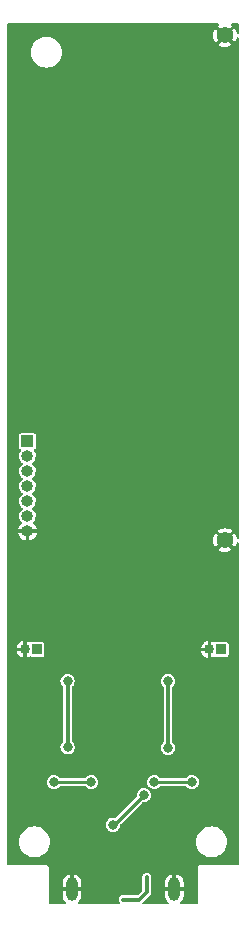
<source format=gbr>
%TF.GenerationSoftware,KiCad,Pcbnew,6.0.2*%
%TF.CreationDate,2022-05-05T15:52:22+02:00*%
%TF.ProjectId,espriktning-rear.sch,65737072-696b-4746-9e69-6e672d726561,rev?*%
%TF.SameCoordinates,Original*%
%TF.FileFunction,Copper,L1,Top*%
%TF.FilePolarity,Positive*%
%FSLAX46Y46*%
G04 Gerber Fmt 4.6, Leading zero omitted, Abs format (unit mm)*
G04 Created by KiCad (PCBNEW 6.0.2) date 2022-05-05 15:52:22*
%MOMM*%
%LPD*%
G01*
G04 APERTURE LIST*
%TA.AperFunction,ComponentPad*%
%ADD10R,0.850000X0.850000*%
%TD*%
%TA.AperFunction,ComponentPad*%
%ADD11O,0.850000X0.850000*%
%TD*%
%TA.AperFunction,ComponentPad*%
%ADD12R,1.000000X1.000000*%
%TD*%
%TA.AperFunction,ComponentPad*%
%ADD13O,1.000000X1.000000*%
%TD*%
%TA.AperFunction,ComponentPad*%
%ADD14O,1.000000X2.000000*%
%TD*%
%TA.AperFunction,ComponentPad*%
%ADD15C,1.400000*%
%TD*%
%TA.AperFunction,ViaPad*%
%ADD16C,0.800000*%
%TD*%
%TA.AperFunction,Conductor*%
%ADD17C,0.350000*%
%TD*%
%TA.AperFunction,Conductor*%
%ADD18C,0.250000*%
%TD*%
G04 APERTURE END LIST*
D10*
%TO.P,SW1,1,1*%
%TO.N,unconnected-(SW1-Pad1)*%
X32700000Y-83200000D03*
D11*
%TO.P,SW1,2,2*%
%TO.N,GND*%
X31700000Y-83200000D03*
%TD*%
D10*
%TO.P,SW2,1,1*%
%TO.N,unconnected-(SW2-Pad1)*%
X48300000Y-83200000D03*
D11*
%TO.P,SW2,2,2*%
%TO.N,GND*%
X47300000Y-83200000D03*
%TD*%
D12*
%TO.P,J4,1,Pin_1*%
%TO.N,TX*%
X31900000Y-65575000D03*
D13*
%TO.P,J4,2,Pin_2*%
%TO.N,RX*%
X31900000Y-66845000D03*
%TO.P,J4,3,Pin_3*%
%TO.N,GPIO14*%
X31900000Y-68115000D03*
%TO.P,J4,4,Pin_4*%
%TO.N,ADC*%
X31900000Y-69385000D03*
%TO.P,J4,5,Pin_5*%
%TO.N,+3V3*%
X31900000Y-70655000D03*
%TO.P,J4,6,Pin_6*%
%TO.N,+5V*%
X31900000Y-71925000D03*
%TO.P,J4,7,Pin_7*%
%TO.N,GND*%
X31900000Y-73195000D03*
%TD*%
D14*
%TO.P,REF\u002A\u002A,1*%
%TO.N,GND*%
X44325000Y-103500000D03*
%TD*%
D15*
%TO.P,J3,1,Pin_1*%
%TO.N,GND*%
X48625000Y-31225000D03*
%TD*%
%TO.P,J2,1,Pin_1*%
%TO.N,GND*%
X48625000Y-73975000D03*
%TD*%
D14*
%TO.P,REF\u002A\u002A,1*%
%TO.N,GND*%
X35675000Y-103500000D03*
%TD*%
D16*
%TO.N,GND*%
X47450000Y-75100000D03*
X47350000Y-63700000D03*
X36300000Y-67900000D03*
X32750000Y-75100000D03*
X36300000Y-58050000D03*
X36550000Y-88000000D03*
X42800000Y-88000000D03*
X31600000Y-43400000D03*
X43550000Y-54400000D03*
X36750000Y-93350000D03*
X38300000Y-43400000D03*
X47100000Y-90250000D03*
X42900000Y-93450000D03*
X45450000Y-88050000D03*
X40250000Y-63700000D03*
X34450000Y-87950000D03*
X43550000Y-63700000D03*
X38350000Y-97100000D03*
X45250000Y-93350000D03*
X34900000Y-54400000D03*
X41350000Y-43400000D03*
X34900000Y-63700000D03*
X34400000Y-93500000D03*
X38550000Y-90250000D03*
X39300000Y-84550000D03*
X47100000Y-84800000D03*
X43600000Y-75100000D03*
X38000000Y-63700000D03*
X47350000Y-54400000D03*
X47350000Y-43400000D03*
X38000000Y-54400000D03*
X37750000Y-75100000D03*
X31600000Y-63700000D03*
X31600000Y-54400000D03*
X43600000Y-98100000D03*
%TO.N,+5V*%
X35300000Y-91500000D03*
X35300000Y-85900000D03*
X43800000Y-91550000D03*
X43800000Y-85900000D03*
%TO.N,Net-(D11-Pad4)*%
X39150000Y-98050000D03*
X41750000Y-95550000D03*
%TO.N,Net-(D10-Pad2)*%
X45816589Y-94433411D03*
X42650000Y-94450000D03*
%TO.N,Net-(D16-Pad4)*%
X34150000Y-94450000D03*
X37300000Y-94450000D03*
%TD*%
D17*
%TO.N,*%
X42000000Y-102500000D02*
X42000000Y-103749022D01*
X41349022Y-104400000D02*
X40000000Y-104400000D01*
X42000000Y-103749022D02*
X41349022Y-104400000D01*
%TO.N,+5V*%
X35300000Y-85900000D02*
X35300000Y-91500000D01*
X43800000Y-85900000D02*
X43800000Y-91550000D01*
D18*
%TO.N,Net-(D11-Pad4)*%
X39250000Y-98050000D02*
X41750000Y-95550000D01*
X39150000Y-98050000D02*
X39250000Y-98050000D01*
%TO.N,Net-(D10-Pad2)*%
X45816589Y-94433411D02*
X42666589Y-94433411D01*
X42666589Y-94433411D02*
X42650000Y-94450000D01*
%TO.N,Net-(D16-Pad4)*%
X37300000Y-94450000D02*
X34150000Y-94450000D01*
%TD*%
%TA.AperFunction,Conductor*%
%TO.N,GND*%
G36*
X48083220Y-30218907D02*
G01*
X48119184Y-30268407D01*
X48119184Y-30329593D01*
X48079237Y-30381840D01*
X48071012Y-30387222D01*
X48043512Y-30409333D01*
X48036207Y-30420496D01*
X48036325Y-30422891D01*
X48038710Y-30426578D01*
X48613914Y-31001782D01*
X48625797Y-31007836D01*
X48630828Y-31007040D01*
X49208111Y-30429757D01*
X49214165Y-30417874D01*
X49213732Y-30415140D01*
X49211381Y-30412205D01*
X49190631Y-30395039D01*
X49182638Y-30389647D01*
X49176050Y-30386085D01*
X49133856Y-30341777D01*
X49125763Y-30281129D01*
X49154864Y-30227307D01*
X49210043Y-30200870D01*
X49223137Y-30200000D01*
X49701000Y-30200000D01*
X49759191Y-30218907D01*
X49795155Y-30268407D01*
X49800000Y-30299000D01*
X49800000Y-30986383D01*
X49781093Y-31044574D01*
X49731593Y-31080538D01*
X49670407Y-31080538D01*
X49620907Y-31044574D01*
X49606225Y-31014997D01*
X49555419Y-30846718D01*
X49551748Y-30837814D01*
X49464224Y-30673204D01*
X49458891Y-30665178D01*
X49440979Y-30643215D01*
X49429767Y-30635990D01*
X49427186Y-30636134D01*
X49423773Y-30638359D01*
X48848218Y-31213914D01*
X48842164Y-31225797D01*
X48842960Y-31230828D01*
X49421233Y-31809101D01*
X49433116Y-31815155D01*
X49436396Y-31814636D01*
X49438606Y-31812903D01*
X49442934Y-31807889D01*
X49448492Y-31800009D01*
X49540577Y-31637911D01*
X49544493Y-31629116D01*
X49603338Y-31452219D01*
X49604459Y-31447286D01*
X49635787Y-31394729D01*
X49692024Y-31370624D01*
X49751689Y-31384177D01*
X49791993Y-31430213D01*
X49800000Y-31469216D01*
X49800000Y-73736383D01*
X49781093Y-73794574D01*
X49731593Y-73830538D01*
X49670407Y-73830538D01*
X49620907Y-73794574D01*
X49606225Y-73764997D01*
X49555419Y-73596718D01*
X49551748Y-73587814D01*
X49464224Y-73423204D01*
X49458891Y-73415178D01*
X49440979Y-73393215D01*
X49429767Y-73385990D01*
X49427186Y-73386134D01*
X49423773Y-73388359D01*
X48848218Y-73963914D01*
X48842164Y-73975797D01*
X48842960Y-73980828D01*
X49421233Y-74559101D01*
X49433116Y-74565155D01*
X49436396Y-74564636D01*
X49438606Y-74562903D01*
X49442934Y-74557889D01*
X49448492Y-74550009D01*
X49540577Y-74387911D01*
X49544493Y-74379116D01*
X49603338Y-74202219D01*
X49604459Y-74197286D01*
X49635787Y-74144729D01*
X49692024Y-74120624D01*
X49751689Y-74134177D01*
X49791993Y-74180213D01*
X49800000Y-74219216D01*
X49800000Y-101401000D01*
X49781093Y-101459191D01*
X49731593Y-101495155D01*
X49701000Y-101500000D01*
X46505877Y-101500000D01*
X46454551Y-101499955D01*
X46444502Y-101504781D01*
X46444500Y-101504781D01*
X46443659Y-101505185D01*
X46422817Y-101512463D01*
X46421907Y-101512670D01*
X46421904Y-101512672D01*
X46411038Y-101515150D01*
X46402320Y-101522097D01*
X46401789Y-101522520D01*
X46382954Y-101534334D01*
X46382347Y-101534625D01*
X46382343Y-101534628D01*
X46372295Y-101539453D01*
X46364746Y-101548893D01*
X46349128Y-101564484D01*
X46339677Y-101572015D01*
X46334593Y-101582555D01*
X46334541Y-101582663D01*
X46322692Y-101601478D01*
X46322270Y-101602005D01*
X46322268Y-101602010D01*
X46315306Y-101610715D01*
X46312808Y-101621581D01*
X46312598Y-101622492D01*
X46305285Y-101643318D01*
X46300035Y-101654202D01*
X46300015Y-101677213D01*
X46298270Y-101677211D01*
X46298276Y-101677277D01*
X46300000Y-101677277D01*
X46300000Y-101694123D01*
X46299955Y-101745449D01*
X46299997Y-101745537D01*
X46300000Y-101745561D01*
X46300000Y-104701000D01*
X46281093Y-104759191D01*
X46231593Y-104795155D01*
X46201000Y-104800000D01*
X44894131Y-104800000D01*
X44835940Y-104781093D01*
X44799976Y-104731593D01*
X44799976Y-104670407D01*
X44824864Y-104630267D01*
X44944925Y-104512694D01*
X44951876Y-104504171D01*
X45043108Y-104362609D01*
X45047995Y-104352763D01*
X45105596Y-104194504D01*
X45108183Y-104183810D01*
X45124610Y-104053775D01*
X45125000Y-104047587D01*
X45125000Y-103665680D01*
X45120878Y-103652995D01*
X45116757Y-103650000D01*
X43540680Y-103650000D01*
X43527995Y-103654122D01*
X43525000Y-103658243D01*
X43525000Y-104042356D01*
X43525309Y-104047885D01*
X43539327Y-104172855D01*
X43541766Y-104183592D01*
X43597149Y-104342629D01*
X43601901Y-104352548D01*
X43691146Y-104495370D01*
X43697976Y-104503987D01*
X43816649Y-104623492D01*
X43817086Y-104623843D01*
X43817256Y-104624103D01*
X43820545Y-104627415D01*
X43819865Y-104628090D01*
X43850592Y-104675039D01*
X43847605Y-104736152D01*
X43809268Y-104783837D01*
X43755056Y-104800000D01*
X41719067Y-104800000D01*
X41660876Y-104781093D01*
X41624912Y-104731593D01*
X41624912Y-104670407D01*
X41649063Y-104630996D01*
X42229725Y-104050334D01*
X42246025Y-104037170D01*
X42256210Y-104030594D01*
X42277719Y-104003311D01*
X42282964Y-103997407D01*
X42284695Y-103995364D01*
X42287575Y-103992484D01*
X42289945Y-103989168D01*
X42289948Y-103989164D01*
X42299024Y-103976463D01*
X42301826Y-103972730D01*
X42328538Y-103938847D01*
X42328538Y-103938846D01*
X42333603Y-103932422D01*
X42336138Y-103925204D01*
X42337424Y-103922727D01*
X42341872Y-103916503D01*
X42356578Y-103867331D01*
X42358019Y-103862897D01*
X42372960Y-103820350D01*
X42372961Y-103820346D01*
X42375023Y-103814474D01*
X42375500Y-103808967D01*
X42375500Y-103806826D01*
X42375551Y-103805642D01*
X42375758Y-103803199D01*
X42377691Y-103796735D01*
X42375576Y-103742907D01*
X42375500Y-103739020D01*
X42375500Y-103334320D01*
X43525000Y-103334320D01*
X43529122Y-103347005D01*
X43533243Y-103350000D01*
X44159320Y-103350000D01*
X44172005Y-103345878D01*
X44175000Y-103341757D01*
X44175000Y-103334320D01*
X44475000Y-103334320D01*
X44479122Y-103347005D01*
X44483243Y-103350000D01*
X45109320Y-103350000D01*
X45122005Y-103345878D01*
X45125000Y-103341757D01*
X45125000Y-102957644D01*
X45124691Y-102952115D01*
X45110673Y-102827145D01*
X45108234Y-102816408D01*
X45052851Y-102657371D01*
X45048099Y-102647452D01*
X44958854Y-102504630D01*
X44952024Y-102496013D01*
X44833355Y-102376512D01*
X44824779Y-102369618D01*
X44682590Y-102279381D01*
X44672704Y-102274559D01*
X44514048Y-102218064D01*
X44503346Y-102215554D01*
X44490569Y-102214031D01*
X44477484Y-102216621D01*
X44476046Y-102218175D01*
X44475000Y-102222931D01*
X44475000Y-103334320D01*
X44175000Y-103334320D01*
X44175000Y-102226994D01*
X44170878Y-102214309D01*
X44168863Y-102212844D01*
X44164652Y-102212402D01*
X44157627Y-102213140D01*
X44146886Y-102215502D01*
X43987464Y-102269773D01*
X43977504Y-102274460D01*
X43834069Y-102362701D01*
X43825401Y-102369473D01*
X43705075Y-102487306D01*
X43698124Y-102495829D01*
X43606892Y-102637391D01*
X43602005Y-102647237D01*
X43544404Y-102805496D01*
X43541817Y-102816190D01*
X43525390Y-102946225D01*
X43525000Y-102952413D01*
X43525000Y-103334320D01*
X42375500Y-103334320D01*
X42375500Y-102468807D01*
X42360167Y-102376687D01*
X42300806Y-102266671D01*
X42209009Y-102181815D01*
X42201527Y-102178507D01*
X42201525Y-102178506D01*
X42102161Y-102134578D01*
X42094674Y-102131268D01*
X41992913Y-102122455D01*
X41978284Y-102121188D01*
X41978283Y-102121188D01*
X41970131Y-102120482D01*
X41962189Y-102122455D01*
X41962187Y-102122455D01*
X41913383Y-102134578D01*
X41848809Y-102150618D01*
X41743790Y-102218428D01*
X41738724Y-102224854D01*
X41705758Y-102266671D01*
X41666397Y-102316600D01*
X41663687Y-102324317D01*
X41663686Y-102324319D01*
X41645358Y-102376512D01*
X41624977Y-102434548D01*
X41624500Y-102440055D01*
X41624500Y-103552477D01*
X41605593Y-103610668D01*
X41595504Y-103622481D01*
X41222481Y-103995504D01*
X41167964Y-104023281D01*
X41152477Y-104024500D01*
X39968807Y-104024500D01*
X39876687Y-104039833D01*
X39766671Y-104099194D01*
X39681815Y-104190991D01*
X39631268Y-104305326D01*
X39620482Y-104429869D01*
X39650618Y-104551191D01*
X39699836Y-104627415D01*
X39712674Y-104647298D01*
X39728355Y-104706440D01*
X39706279Y-104763504D01*
X39654878Y-104796693D01*
X39629505Y-104800000D01*
X36244131Y-104800000D01*
X36185940Y-104781093D01*
X36149976Y-104731593D01*
X36149976Y-104670407D01*
X36174864Y-104630267D01*
X36294925Y-104512694D01*
X36301876Y-104504171D01*
X36393108Y-104362609D01*
X36397995Y-104352763D01*
X36455596Y-104194504D01*
X36458183Y-104183810D01*
X36474610Y-104053775D01*
X36475000Y-104047587D01*
X36475000Y-103665680D01*
X36470878Y-103652995D01*
X36466757Y-103650000D01*
X34890680Y-103650000D01*
X34877995Y-103654122D01*
X34875000Y-103658243D01*
X34875000Y-104042356D01*
X34875309Y-104047885D01*
X34889327Y-104172855D01*
X34891766Y-104183592D01*
X34947149Y-104342629D01*
X34951901Y-104352548D01*
X35041146Y-104495370D01*
X35047976Y-104503987D01*
X35166649Y-104623492D01*
X35167086Y-104623843D01*
X35167256Y-104624103D01*
X35170545Y-104627415D01*
X35169865Y-104628090D01*
X35200592Y-104675039D01*
X35197605Y-104736152D01*
X35159268Y-104783837D01*
X35105056Y-104800000D01*
X33799000Y-104800000D01*
X33740809Y-104781093D01*
X33704845Y-104731593D01*
X33700000Y-104701000D01*
X33700000Y-103334320D01*
X34875000Y-103334320D01*
X34879122Y-103347005D01*
X34883243Y-103350000D01*
X35509320Y-103350000D01*
X35522005Y-103345878D01*
X35525000Y-103341757D01*
X35525000Y-103334320D01*
X35825000Y-103334320D01*
X35829122Y-103347005D01*
X35833243Y-103350000D01*
X36459320Y-103350000D01*
X36472005Y-103345878D01*
X36475000Y-103341757D01*
X36475000Y-102957644D01*
X36474691Y-102952115D01*
X36460673Y-102827145D01*
X36458234Y-102816408D01*
X36402851Y-102657371D01*
X36398099Y-102647452D01*
X36308854Y-102504630D01*
X36302024Y-102496013D01*
X36183355Y-102376512D01*
X36174779Y-102369618D01*
X36032590Y-102279381D01*
X36022704Y-102274559D01*
X35864048Y-102218064D01*
X35853346Y-102215554D01*
X35840569Y-102214031D01*
X35827484Y-102216621D01*
X35826046Y-102218175D01*
X35825000Y-102222931D01*
X35825000Y-103334320D01*
X35525000Y-103334320D01*
X35525000Y-102226994D01*
X35520878Y-102214309D01*
X35518863Y-102212844D01*
X35514652Y-102212402D01*
X35507627Y-102213140D01*
X35496886Y-102215502D01*
X35337464Y-102269773D01*
X35327504Y-102274460D01*
X35184069Y-102362701D01*
X35175401Y-102369473D01*
X35055075Y-102487306D01*
X35048124Y-102495829D01*
X34956892Y-102637391D01*
X34952005Y-102647237D01*
X34894404Y-102805496D01*
X34891817Y-102816190D01*
X34875390Y-102946225D01*
X34875000Y-102952413D01*
X34875000Y-103334320D01*
X33700000Y-103334320D01*
X33700000Y-101705877D01*
X33700035Y-101665700D01*
X33700045Y-101654551D01*
X33695058Y-101644164D01*
X33694815Y-101643659D01*
X33687537Y-101622817D01*
X33687330Y-101621907D01*
X33687328Y-101621904D01*
X33684850Y-101611038D01*
X33677480Y-101601789D01*
X33665666Y-101582954D01*
X33665375Y-101582347D01*
X33665372Y-101582343D01*
X33660547Y-101572295D01*
X33651107Y-101564746D01*
X33635516Y-101549128D01*
X33627985Y-101539677D01*
X33617337Y-101534541D01*
X33598522Y-101522692D01*
X33597995Y-101522270D01*
X33597990Y-101522268D01*
X33589285Y-101515306D01*
X33577508Y-101512598D01*
X33556682Y-101505285D01*
X33555836Y-101504877D01*
X33545798Y-101500035D01*
X33534653Y-101500025D01*
X33534652Y-101500025D01*
X33522787Y-101500015D01*
X33522789Y-101498270D01*
X33522723Y-101498276D01*
X33522723Y-101500000D01*
X33505877Y-101500000D01*
X33454840Y-101499955D01*
X33454551Y-101499955D01*
X33454463Y-101499997D01*
X33454439Y-101500000D01*
X30299000Y-101500000D01*
X30240809Y-101481093D01*
X30204845Y-101431593D01*
X30200000Y-101401000D01*
X30200000Y-99500000D01*
X31194532Y-99500000D01*
X31214365Y-99726692D01*
X31273261Y-99946496D01*
X31369432Y-100152734D01*
X31499953Y-100339139D01*
X31660861Y-100500047D01*
X31847266Y-100630568D01*
X32053504Y-100726739D01*
X32142563Y-100750602D01*
X32269131Y-100784516D01*
X32269133Y-100784516D01*
X32273308Y-100785635D01*
X32317795Y-100789527D01*
X32441050Y-100800311D01*
X32441061Y-100800311D01*
X32443216Y-100800500D01*
X32556784Y-100800500D01*
X32558939Y-100800311D01*
X32558950Y-100800311D01*
X32682205Y-100789527D01*
X32726692Y-100785635D01*
X32730867Y-100784516D01*
X32730869Y-100784516D01*
X32857437Y-100750602D01*
X32946496Y-100726739D01*
X33152734Y-100630568D01*
X33339139Y-100500047D01*
X33500047Y-100339139D01*
X33630568Y-100152734D01*
X33726739Y-99946496D01*
X33785635Y-99726692D01*
X33805468Y-99500000D01*
X46194532Y-99500000D01*
X46214365Y-99726692D01*
X46273261Y-99946496D01*
X46369432Y-100152734D01*
X46499953Y-100339139D01*
X46660861Y-100500047D01*
X46847266Y-100630568D01*
X47053504Y-100726739D01*
X47142563Y-100750602D01*
X47269131Y-100784516D01*
X47269133Y-100784516D01*
X47273308Y-100785635D01*
X47317795Y-100789527D01*
X47441050Y-100800311D01*
X47441061Y-100800311D01*
X47443216Y-100800500D01*
X47556784Y-100800500D01*
X47558939Y-100800311D01*
X47558950Y-100800311D01*
X47682205Y-100789527D01*
X47726692Y-100785635D01*
X47730867Y-100784516D01*
X47730869Y-100784516D01*
X47857437Y-100750602D01*
X47946496Y-100726739D01*
X48152734Y-100630568D01*
X48339139Y-100500047D01*
X48500047Y-100339139D01*
X48630568Y-100152734D01*
X48726739Y-99946496D01*
X48785635Y-99726692D01*
X48805468Y-99500000D01*
X48785635Y-99273308D01*
X48726739Y-99053504D01*
X48630568Y-98847266D01*
X48500047Y-98660861D01*
X48339139Y-98499953D01*
X48313837Y-98482236D01*
X48156279Y-98371914D01*
X48156277Y-98371913D01*
X48152734Y-98369432D01*
X47946496Y-98273261D01*
X47857437Y-98249398D01*
X47730869Y-98215484D01*
X47730867Y-98215484D01*
X47726692Y-98214365D01*
X47682205Y-98210473D01*
X47558950Y-98199689D01*
X47558939Y-98199689D01*
X47556784Y-98199500D01*
X47443216Y-98199500D01*
X47441061Y-98199689D01*
X47441050Y-98199689D01*
X47317795Y-98210473D01*
X47273308Y-98214365D01*
X47269133Y-98215484D01*
X47269131Y-98215484D01*
X47142563Y-98249398D01*
X47053504Y-98273261D01*
X46847266Y-98369432D01*
X46843723Y-98371913D01*
X46843721Y-98371914D01*
X46686164Y-98482236D01*
X46660861Y-98499953D01*
X46499953Y-98660861D01*
X46369432Y-98847266D01*
X46273261Y-99053504D01*
X46214365Y-99273308D01*
X46194532Y-99500000D01*
X33805468Y-99500000D01*
X33785635Y-99273308D01*
X33726739Y-99053504D01*
X33630568Y-98847266D01*
X33500047Y-98660861D01*
X33339139Y-98499953D01*
X33313837Y-98482236D01*
X33156279Y-98371914D01*
X33156277Y-98371913D01*
X33152734Y-98369432D01*
X32946496Y-98273261D01*
X32857437Y-98249398D01*
X32730869Y-98215484D01*
X32730867Y-98215484D01*
X32726692Y-98214365D01*
X32682205Y-98210473D01*
X32558950Y-98199689D01*
X32558939Y-98199689D01*
X32556784Y-98199500D01*
X32443216Y-98199500D01*
X32441061Y-98199689D01*
X32441050Y-98199689D01*
X32317795Y-98210473D01*
X32273308Y-98214365D01*
X32269133Y-98215484D01*
X32269131Y-98215484D01*
X32142563Y-98249398D01*
X32053504Y-98273261D01*
X31847266Y-98369432D01*
X31843723Y-98371913D01*
X31843721Y-98371914D01*
X31686164Y-98482236D01*
X31660861Y-98499953D01*
X31499953Y-98660861D01*
X31369432Y-98847266D01*
X31273261Y-99053504D01*
X31214365Y-99273308D01*
X31194532Y-99500000D01*
X30200000Y-99500000D01*
X30200000Y-98050000D01*
X38544318Y-98050000D01*
X38564956Y-98206762D01*
X38625464Y-98352841D01*
X38721718Y-98478282D01*
X38847159Y-98574536D01*
X38993238Y-98635044D01*
X39150000Y-98655682D01*
X39306762Y-98635044D01*
X39452841Y-98574536D01*
X39578282Y-98478282D01*
X39674536Y-98352841D01*
X39735044Y-98206762D01*
X39755682Y-98050000D01*
X39755110Y-98045653D01*
X39773742Y-97988308D01*
X39783831Y-97976495D01*
X41587033Y-96173293D01*
X41641550Y-96145516D01*
X41669955Y-96145144D01*
X41750000Y-96155682D01*
X41906762Y-96135044D01*
X42052841Y-96074536D01*
X42178282Y-95978282D01*
X42274536Y-95852841D01*
X42335044Y-95706762D01*
X42355682Y-95550000D01*
X42335044Y-95393238D01*
X42274536Y-95247159D01*
X42178282Y-95121718D01*
X42052841Y-95025464D01*
X41906762Y-94964956D01*
X41750000Y-94944318D01*
X41593238Y-94964956D01*
X41447159Y-95025464D01*
X41321718Y-95121718D01*
X41225464Y-95247159D01*
X41164956Y-95393238D01*
X41144318Y-95550000D01*
X41154856Y-95630042D01*
X41143706Y-95690201D01*
X41126707Y-95712967D01*
X39400082Y-97439592D01*
X39345565Y-97467369D01*
X39307812Y-97465391D01*
X39306762Y-97464956D01*
X39150000Y-97444318D01*
X38993238Y-97464956D01*
X38847159Y-97525464D01*
X38721718Y-97621718D01*
X38625464Y-97747159D01*
X38564956Y-97893238D01*
X38544318Y-98050000D01*
X30200000Y-98050000D01*
X30200000Y-94450000D01*
X33544318Y-94450000D01*
X33564956Y-94606762D01*
X33625464Y-94752841D01*
X33721718Y-94878282D01*
X33847159Y-94974536D01*
X33993238Y-95035044D01*
X34150000Y-95055682D01*
X34306762Y-95035044D01*
X34452841Y-94974536D01*
X34578282Y-94878282D01*
X34627429Y-94814233D01*
X34677852Y-94779577D01*
X34705970Y-94775500D01*
X36744030Y-94775500D01*
X36802221Y-94794407D01*
X36822571Y-94814232D01*
X36871718Y-94878282D01*
X36997159Y-94974536D01*
X37143238Y-95035044D01*
X37300000Y-95055682D01*
X37456762Y-95035044D01*
X37602841Y-94974536D01*
X37728282Y-94878282D01*
X37824536Y-94752841D01*
X37885044Y-94606762D01*
X37905682Y-94450000D01*
X42044318Y-94450000D01*
X42064956Y-94606762D01*
X42125464Y-94752841D01*
X42221718Y-94878282D01*
X42347159Y-94974536D01*
X42493238Y-95035044D01*
X42650000Y-95055682D01*
X42806762Y-95035044D01*
X42952841Y-94974536D01*
X43078282Y-94878282D01*
X43140158Y-94797644D01*
X43190581Y-94762988D01*
X43218699Y-94758911D01*
X45260619Y-94758911D01*
X45318810Y-94777818D01*
X45339160Y-94797643D01*
X45388307Y-94861693D01*
X45513748Y-94957947D01*
X45659827Y-95018455D01*
X45816589Y-95039093D01*
X45973351Y-95018455D01*
X46119430Y-94957947D01*
X46244871Y-94861693D01*
X46341125Y-94736252D01*
X46394762Y-94606762D01*
X46399149Y-94596170D01*
X46401633Y-94590173D01*
X46422271Y-94433411D01*
X46401633Y-94276649D01*
X46341125Y-94130570D01*
X46244871Y-94005129D01*
X46119430Y-93908875D01*
X45973351Y-93848367D01*
X45816589Y-93827729D01*
X45659827Y-93848367D01*
X45513748Y-93908875D01*
X45388307Y-94005129D01*
X45384353Y-94010282D01*
X45339161Y-94069178D01*
X45288737Y-94103834D01*
X45260619Y-94107911D01*
X43193241Y-94107911D01*
X43135050Y-94089004D01*
X43114699Y-94069178D01*
X43082236Y-94026871D01*
X43078282Y-94021718D01*
X42952841Y-93925464D01*
X42806762Y-93864956D01*
X42650000Y-93844318D01*
X42493238Y-93864956D01*
X42347159Y-93925464D01*
X42221718Y-94021718D01*
X42125464Y-94147159D01*
X42122981Y-94153154D01*
X42069162Y-94283085D01*
X42064956Y-94293238D01*
X42044318Y-94450000D01*
X37905682Y-94450000D01*
X37885044Y-94293238D01*
X37880839Y-94283085D01*
X37827019Y-94153154D01*
X37824536Y-94147159D01*
X37728282Y-94021718D01*
X37602841Y-93925464D01*
X37456762Y-93864956D01*
X37300000Y-93844318D01*
X37143238Y-93864956D01*
X36997159Y-93925464D01*
X36871718Y-94021718D01*
X36867764Y-94026871D01*
X36822572Y-94085767D01*
X36772148Y-94120423D01*
X36744030Y-94124500D01*
X34705970Y-94124500D01*
X34647779Y-94105593D01*
X34627428Y-94085767D01*
X34582236Y-94026871D01*
X34578282Y-94021718D01*
X34452841Y-93925464D01*
X34306762Y-93864956D01*
X34150000Y-93844318D01*
X33993238Y-93864956D01*
X33847159Y-93925464D01*
X33721718Y-94021718D01*
X33625464Y-94147159D01*
X33622981Y-94153154D01*
X33569162Y-94283085D01*
X33564956Y-94293238D01*
X33544318Y-94450000D01*
X30200000Y-94450000D01*
X30200000Y-91500000D01*
X34694318Y-91500000D01*
X34714956Y-91656762D01*
X34775464Y-91802841D01*
X34871718Y-91928282D01*
X34997159Y-92024536D01*
X35143238Y-92085044D01*
X35300000Y-92105682D01*
X35456762Y-92085044D01*
X35602841Y-92024536D01*
X35728282Y-91928282D01*
X35824536Y-91802841D01*
X35885044Y-91656762D01*
X35899099Y-91550000D01*
X43194318Y-91550000D01*
X43214956Y-91706762D01*
X43275464Y-91852841D01*
X43371718Y-91978282D01*
X43497159Y-92074536D01*
X43643238Y-92135044D01*
X43800000Y-92155682D01*
X43956762Y-92135044D01*
X44102841Y-92074536D01*
X44228282Y-91978282D01*
X44324536Y-91852841D01*
X44385044Y-91706762D01*
X44405682Y-91550000D01*
X44385044Y-91393238D01*
X44324536Y-91247159D01*
X44228282Y-91121718D01*
X44214233Y-91110938D01*
X44179577Y-91060514D01*
X44175500Y-91032396D01*
X44175500Y-86417604D01*
X44194407Y-86359413D01*
X44214233Y-86339062D01*
X44223129Y-86332236D01*
X44228282Y-86328282D01*
X44324536Y-86202841D01*
X44385044Y-86056762D01*
X44405682Y-85900000D01*
X44385044Y-85743238D01*
X44324536Y-85597159D01*
X44228282Y-85471718D01*
X44102841Y-85375464D01*
X43956762Y-85314956D01*
X43800000Y-85294318D01*
X43643238Y-85314956D01*
X43497159Y-85375464D01*
X43371718Y-85471718D01*
X43275464Y-85597159D01*
X43214956Y-85743238D01*
X43194318Y-85900000D01*
X43214956Y-86056762D01*
X43275464Y-86202841D01*
X43371718Y-86328282D01*
X43376871Y-86332236D01*
X43385767Y-86339062D01*
X43420423Y-86389486D01*
X43424500Y-86417604D01*
X43424500Y-91032396D01*
X43405593Y-91090587D01*
X43385768Y-91110937D01*
X43371718Y-91121718D01*
X43275464Y-91247159D01*
X43214956Y-91393238D01*
X43194318Y-91550000D01*
X35899099Y-91550000D01*
X35905682Y-91500000D01*
X35885044Y-91343238D01*
X35824536Y-91197159D01*
X35728282Y-91071718D01*
X35714233Y-91060938D01*
X35679577Y-91010514D01*
X35675500Y-90982396D01*
X35675500Y-86417604D01*
X35694407Y-86359413D01*
X35714233Y-86339062D01*
X35723129Y-86332236D01*
X35728282Y-86328282D01*
X35824536Y-86202841D01*
X35885044Y-86056762D01*
X35905682Y-85900000D01*
X35885044Y-85743238D01*
X35824536Y-85597159D01*
X35728282Y-85471718D01*
X35602841Y-85375464D01*
X35456762Y-85314956D01*
X35300000Y-85294318D01*
X35143238Y-85314956D01*
X34997159Y-85375464D01*
X34871718Y-85471718D01*
X34775464Y-85597159D01*
X34714956Y-85743238D01*
X34694318Y-85900000D01*
X34714956Y-86056762D01*
X34775464Y-86202841D01*
X34871718Y-86328282D01*
X34876871Y-86332236D01*
X34885767Y-86339062D01*
X34920423Y-86389486D01*
X34924500Y-86417604D01*
X34924500Y-90982396D01*
X34905593Y-91040587D01*
X34885768Y-91060937D01*
X34871718Y-91071718D01*
X34775464Y-91197159D01*
X34714956Y-91343238D01*
X34694318Y-91500000D01*
X30200000Y-91500000D01*
X30200000Y-83355912D01*
X30987884Y-83355912D01*
X30988102Y-83356938D01*
X31035950Y-83500775D01*
X31040564Y-83510761D01*
X31119087Y-83640417D01*
X31125805Y-83649140D01*
X31231099Y-83758174D01*
X31239572Y-83765185D01*
X31366420Y-83848192D01*
X31376228Y-83853146D01*
X31518310Y-83905986D01*
X31528986Y-83908647D01*
X31534456Y-83909377D01*
X31547577Y-83906969D01*
X31548783Y-83905702D01*
X31550000Y-83900347D01*
X31550000Y-83897934D01*
X31850000Y-83897934D01*
X31853521Y-83908769D01*
X31864912Y-83908769D01*
X31996135Y-83866132D01*
X32006148Y-83861590D01*
X32090932Y-83811049D01*
X32150597Y-83797493D01*
X32178539Y-83807409D01*
X32179654Y-83804718D01*
X32188660Y-83808449D01*
X32196769Y-83813867D01*
X32206332Y-83815769D01*
X32206334Y-83815770D01*
X32229005Y-83820279D01*
X32255252Y-83825500D01*
X33144748Y-83825500D01*
X33170995Y-83820279D01*
X33193666Y-83815770D01*
X33193668Y-83815769D01*
X33203231Y-83813867D01*
X33269552Y-83769552D01*
X33313867Y-83703231D01*
X33325500Y-83644748D01*
X33325500Y-83355912D01*
X46587884Y-83355912D01*
X46588102Y-83356938D01*
X46635950Y-83500775D01*
X46640564Y-83510761D01*
X46719087Y-83640417D01*
X46725805Y-83649140D01*
X46831099Y-83758174D01*
X46839572Y-83765185D01*
X46966420Y-83848192D01*
X46976228Y-83853146D01*
X47118310Y-83905986D01*
X47128986Y-83908647D01*
X47134456Y-83909377D01*
X47147577Y-83906969D01*
X47148783Y-83905702D01*
X47150000Y-83900347D01*
X47150000Y-83897934D01*
X47450000Y-83897934D01*
X47453521Y-83908769D01*
X47464912Y-83908769D01*
X47596135Y-83866132D01*
X47606148Y-83861590D01*
X47690932Y-83811049D01*
X47750597Y-83797493D01*
X47778539Y-83807409D01*
X47779654Y-83804718D01*
X47788660Y-83808449D01*
X47796769Y-83813867D01*
X47806332Y-83815769D01*
X47806334Y-83815770D01*
X47829005Y-83820279D01*
X47855252Y-83825500D01*
X48744748Y-83825500D01*
X48770995Y-83820279D01*
X48793666Y-83815770D01*
X48793668Y-83815769D01*
X48803231Y-83813867D01*
X48869552Y-83769552D01*
X48913867Y-83703231D01*
X48925500Y-83644748D01*
X48925500Y-82755252D01*
X48913867Y-82696769D01*
X48869552Y-82630448D01*
X48803231Y-82586133D01*
X48793668Y-82584231D01*
X48793666Y-82584230D01*
X48770995Y-82579721D01*
X48744748Y-82574500D01*
X47855252Y-82574500D01*
X47829005Y-82579721D01*
X47806334Y-82584230D01*
X47806332Y-82584231D01*
X47796769Y-82586133D01*
X47788660Y-82591551D01*
X47779654Y-82595282D01*
X47778115Y-82591568D01*
X47737397Y-82603029D01*
X47688287Y-82587696D01*
X47624500Y-82547215D01*
X47614619Y-82542396D01*
X47471816Y-82491546D01*
X47464380Y-82489802D01*
X47452485Y-82492157D01*
X47451045Y-82493712D01*
X47450000Y-82498463D01*
X47450000Y-83897934D01*
X47150000Y-83897934D01*
X47150000Y-83365680D01*
X47145878Y-83352995D01*
X47141757Y-83350000D01*
X46601870Y-83350000D01*
X46589185Y-83354122D01*
X46587884Y-83355912D01*
X33325500Y-83355912D01*
X33325500Y-83034445D01*
X46590112Y-83034445D01*
X46592611Y-83047545D01*
X46594022Y-83048870D01*
X46599078Y-83050000D01*
X47134320Y-83050000D01*
X47147005Y-83045878D01*
X47150000Y-83041757D01*
X47150000Y-82502412D01*
X47145878Y-82489727D01*
X47143864Y-82488263D01*
X47142894Y-82488161D01*
X47138092Y-82489217D01*
X46994599Y-82538065D01*
X46984642Y-82542750D01*
X46855530Y-82622181D01*
X46846871Y-82628946D01*
X46738561Y-82735012D01*
X46731616Y-82743527D01*
X46649495Y-82870953D01*
X46644609Y-82880795D01*
X46592761Y-83023247D01*
X46590177Y-83033929D01*
X46590112Y-83034445D01*
X33325500Y-83034445D01*
X33325500Y-82755252D01*
X33313867Y-82696769D01*
X33269552Y-82630448D01*
X33203231Y-82586133D01*
X33193668Y-82584231D01*
X33193666Y-82584230D01*
X33170995Y-82579721D01*
X33144748Y-82574500D01*
X32255252Y-82574500D01*
X32229005Y-82579721D01*
X32206334Y-82584230D01*
X32206332Y-82584231D01*
X32196769Y-82586133D01*
X32188660Y-82591551D01*
X32179654Y-82595282D01*
X32178115Y-82591568D01*
X32137397Y-82603029D01*
X32088287Y-82587696D01*
X32024500Y-82547215D01*
X32014619Y-82542396D01*
X31871816Y-82491546D01*
X31864380Y-82489802D01*
X31852485Y-82492157D01*
X31851045Y-82493712D01*
X31850000Y-82498463D01*
X31850000Y-83897934D01*
X31550000Y-83897934D01*
X31550000Y-83365680D01*
X31545878Y-83352995D01*
X31541757Y-83350000D01*
X31001870Y-83350000D01*
X30989185Y-83354122D01*
X30987884Y-83355912D01*
X30200000Y-83355912D01*
X30200000Y-83034445D01*
X30990112Y-83034445D01*
X30992611Y-83047545D01*
X30994022Y-83048870D01*
X30999078Y-83050000D01*
X31534320Y-83050000D01*
X31547005Y-83045878D01*
X31550000Y-83041757D01*
X31550000Y-82502412D01*
X31545878Y-82489727D01*
X31543864Y-82488263D01*
X31542894Y-82488161D01*
X31538092Y-82489217D01*
X31394599Y-82538065D01*
X31384642Y-82542750D01*
X31255530Y-82622181D01*
X31246871Y-82628946D01*
X31138561Y-82735012D01*
X31131616Y-82743527D01*
X31049495Y-82870953D01*
X31044609Y-82880795D01*
X30992761Y-83023247D01*
X30990177Y-83033929D01*
X30990112Y-83034445D01*
X30200000Y-83034445D01*
X30200000Y-74782752D01*
X48035209Y-74782752D01*
X48035699Y-74785851D01*
X48037635Y-74788302D01*
X48047836Y-74796984D01*
X48055754Y-74802486D01*
X48218488Y-74893435D01*
X48227316Y-74897292D01*
X48404627Y-74954904D01*
X48414027Y-74956971D01*
X48599155Y-74979046D01*
X48608781Y-74979248D01*
X48794659Y-74964945D01*
X48804153Y-74963271D01*
X48983705Y-74913139D01*
X48992702Y-74909649D01*
X49159095Y-74825599D01*
X49167238Y-74820431D01*
X49206002Y-74790145D01*
X49213462Y-74779087D01*
X49213391Y-74777059D01*
X49210695Y-74772827D01*
X48636086Y-74198218D01*
X48624203Y-74192164D01*
X48619172Y-74192960D01*
X48041263Y-74770869D01*
X48035209Y-74782752D01*
X30200000Y-74782752D01*
X30200000Y-73355181D01*
X31111825Y-73355181D01*
X31111991Y-73356873D01*
X31114278Y-73367635D01*
X31167436Y-73527433D01*
X31172050Y-73537420D01*
X31259291Y-73681472D01*
X31266002Y-73690186D01*
X31382990Y-73811330D01*
X31391463Y-73818340D01*
X31532390Y-73910560D01*
X31542198Y-73915514D01*
X31700051Y-73974219D01*
X31710727Y-73976880D01*
X31734456Y-73980046D01*
X31747576Y-73977638D01*
X31748783Y-73976371D01*
X31750000Y-73971015D01*
X31750000Y-73969020D01*
X32050000Y-73969020D01*
X32054122Y-73981705D01*
X32056437Y-73983388D01*
X32058703Y-73983642D01*
X32067138Y-73981910D01*
X32116751Y-73965790D01*
X47620664Y-73965790D01*
X47636264Y-74151574D01*
X47638002Y-74161042D01*
X47689388Y-74340248D01*
X47692939Y-74349216D01*
X47778153Y-74515025D01*
X47783373Y-74523124D01*
X47809611Y-74556228D01*
X47820722Y-74563610D01*
X47822932Y-74563517D01*
X47826894Y-74560974D01*
X48401782Y-73986086D01*
X48407836Y-73974203D01*
X48407040Y-73969172D01*
X47829461Y-73391593D01*
X47817578Y-73385539D01*
X47814660Y-73386001D01*
X47811969Y-73388142D01*
X47799003Y-73403593D01*
X47793562Y-73411541D01*
X47703752Y-73574905D01*
X47699952Y-73583769D01*
X47643583Y-73761467D01*
X47641579Y-73770895D01*
X47620798Y-73956162D01*
X47620664Y-73965790D01*
X32116751Y-73965790D01*
X32227310Y-73929868D01*
X32237333Y-73925321D01*
X32381989Y-73839088D01*
X32390746Y-73832441D01*
X32512701Y-73716304D01*
X32519778Y-73707871D01*
X32612972Y-73567602D01*
X32617999Y-73557821D01*
X32677806Y-73400379D01*
X32680539Y-73389733D01*
X32684644Y-73360528D01*
X32682328Y-73347392D01*
X32681202Y-73346305D01*
X32675548Y-73345000D01*
X32065680Y-73345000D01*
X32052995Y-73349122D01*
X32050000Y-73353243D01*
X32050000Y-73969020D01*
X31750000Y-73969020D01*
X31750000Y-73360680D01*
X31745878Y-73347995D01*
X31741757Y-73345000D01*
X31126507Y-73345000D01*
X31113822Y-73349122D01*
X31112248Y-73351288D01*
X31111825Y-73355181D01*
X30200000Y-73355181D01*
X30200000Y-73170496D01*
X48036207Y-73170496D01*
X48036325Y-73172891D01*
X48038710Y-73176578D01*
X48613914Y-73751782D01*
X48625797Y-73757836D01*
X48630828Y-73757040D01*
X49208111Y-73179757D01*
X49214165Y-73167874D01*
X49213732Y-73165140D01*
X49211381Y-73162205D01*
X49190631Y-73145039D01*
X49182638Y-73139647D01*
X49018645Y-73050976D01*
X49009774Y-73047247D01*
X48831673Y-72992116D01*
X48822239Y-72990179D01*
X48636831Y-72970691D01*
X48627193Y-72970624D01*
X48441532Y-72987520D01*
X48432066Y-72989326D01*
X48253228Y-73041962D01*
X48244287Y-73045575D01*
X48079084Y-73131940D01*
X48071008Y-73137225D01*
X48043512Y-73159333D01*
X48036207Y-73170496D01*
X30200000Y-73170496D01*
X30200000Y-73029444D01*
X31114511Y-73029444D01*
X31117010Y-73042545D01*
X31118421Y-73043870D01*
X31123476Y-73045000D01*
X32672557Y-73045000D01*
X32685242Y-73040878D01*
X32686598Y-73039012D01*
X32687058Y-73034487D01*
X32685673Y-73022145D01*
X32683234Y-73011408D01*
X32627851Y-72852371D01*
X32623099Y-72842452D01*
X32533854Y-72699630D01*
X32527024Y-72691013D01*
X32408356Y-72571514D01*
X32405308Y-72569063D01*
X32371803Y-72517867D01*
X32374788Y-72456754D01*
X32403042Y-72416625D01*
X32414887Y-72406508D01*
X32419423Y-72402634D01*
X32422904Y-72397790D01*
X32514877Y-72269796D01*
X32514878Y-72269794D01*
X32518361Y-72264947D01*
X32581601Y-72107634D01*
X32605490Y-71939778D01*
X32605645Y-71925000D01*
X32585276Y-71756680D01*
X32525345Y-71598077D01*
X32429312Y-71458349D01*
X32322554Y-71363230D01*
X32291684Y-71310404D01*
X32297761Y-71249521D01*
X32324117Y-71214034D01*
X32414884Y-71136512D01*
X32414890Y-71136506D01*
X32419423Y-71132634D01*
X32422904Y-71127790D01*
X32514877Y-70999796D01*
X32514878Y-70999794D01*
X32518361Y-70994947D01*
X32581601Y-70837634D01*
X32605490Y-70669778D01*
X32605645Y-70655000D01*
X32585276Y-70486680D01*
X32525345Y-70328077D01*
X32429312Y-70188349D01*
X32322554Y-70093230D01*
X32291684Y-70040404D01*
X32297761Y-69979521D01*
X32324117Y-69944034D01*
X32414884Y-69866512D01*
X32414890Y-69866506D01*
X32419423Y-69862634D01*
X32422904Y-69857790D01*
X32514877Y-69729796D01*
X32514878Y-69729794D01*
X32518361Y-69724947D01*
X32581601Y-69567634D01*
X32605490Y-69399778D01*
X32605645Y-69385000D01*
X32585276Y-69216680D01*
X32525345Y-69058077D01*
X32429312Y-68918349D01*
X32322554Y-68823230D01*
X32291684Y-68770404D01*
X32297761Y-68709521D01*
X32324117Y-68674034D01*
X32414884Y-68596512D01*
X32414890Y-68596506D01*
X32419423Y-68592634D01*
X32422904Y-68587790D01*
X32514877Y-68459796D01*
X32514878Y-68459794D01*
X32518361Y-68454947D01*
X32581601Y-68297634D01*
X32605490Y-68129778D01*
X32605645Y-68115000D01*
X32585276Y-67946680D01*
X32525345Y-67788077D01*
X32429312Y-67648349D01*
X32322554Y-67553230D01*
X32291684Y-67500404D01*
X32297761Y-67439521D01*
X32324117Y-67404034D01*
X32414884Y-67326512D01*
X32414890Y-67326506D01*
X32419423Y-67322634D01*
X32422904Y-67317790D01*
X32514877Y-67189796D01*
X32514878Y-67189794D01*
X32518361Y-67184947D01*
X32581601Y-67027634D01*
X32605490Y-66859778D01*
X32605645Y-66845000D01*
X32585276Y-66676680D01*
X32525345Y-66518077D01*
X32447051Y-66404159D01*
X32429673Y-66345494D01*
X32450097Y-66287818D01*
X32479275Y-66265429D01*
X32478231Y-66263867D01*
X32536442Y-66224971D01*
X32544552Y-66219552D01*
X32588867Y-66153231D01*
X32600500Y-66094748D01*
X32600500Y-65055252D01*
X32588867Y-64996769D01*
X32544552Y-64930448D01*
X32478231Y-64886133D01*
X32468668Y-64884231D01*
X32468666Y-64884230D01*
X32445995Y-64879721D01*
X32419748Y-64874500D01*
X31380252Y-64874500D01*
X31354005Y-64879721D01*
X31331334Y-64884230D01*
X31331332Y-64884231D01*
X31321769Y-64886133D01*
X31255448Y-64930448D01*
X31211133Y-64996769D01*
X31199500Y-65055252D01*
X31199500Y-66094748D01*
X31211133Y-66153231D01*
X31255448Y-66219552D01*
X31263558Y-66224971D01*
X31321769Y-66263867D01*
X31320393Y-66265926D01*
X31356260Y-66296559D01*
X31370544Y-66356054D01*
X31352846Y-66405212D01*
X31278113Y-66511547D01*
X31216524Y-66669513D01*
X31194394Y-66837611D01*
X31195049Y-66843544D01*
X31195049Y-66843548D01*
X31195566Y-66848231D01*
X31212999Y-67006135D01*
X31271266Y-67165356D01*
X31274591Y-67170305D01*
X31274592Y-67170306D01*
X31287689Y-67189796D01*
X31365830Y-67306083D01*
X31477374Y-67407580D01*
X31507687Y-67460725D01*
X31500973Y-67521541D01*
X31475824Y-67555404D01*
X31375604Y-67642831D01*
X31278113Y-67781547D01*
X31216524Y-67939513D01*
X31194394Y-68107611D01*
X31195049Y-68113544D01*
X31195049Y-68113548D01*
X31195566Y-68118231D01*
X31212999Y-68276135D01*
X31271266Y-68435356D01*
X31274591Y-68440305D01*
X31274592Y-68440306D01*
X31287689Y-68459796D01*
X31365830Y-68576083D01*
X31477374Y-68677580D01*
X31507687Y-68730725D01*
X31500973Y-68791541D01*
X31475824Y-68825404D01*
X31375604Y-68912831D01*
X31278113Y-69051547D01*
X31216524Y-69209513D01*
X31194394Y-69377611D01*
X31195049Y-69383544D01*
X31195049Y-69383548D01*
X31195566Y-69388231D01*
X31212999Y-69546135D01*
X31271266Y-69705356D01*
X31274591Y-69710305D01*
X31274592Y-69710306D01*
X31287689Y-69729796D01*
X31365830Y-69846083D01*
X31477374Y-69947580D01*
X31507687Y-70000725D01*
X31500973Y-70061541D01*
X31475824Y-70095404D01*
X31375604Y-70182831D01*
X31278113Y-70321547D01*
X31216524Y-70479513D01*
X31194394Y-70647611D01*
X31195049Y-70653544D01*
X31195049Y-70653548D01*
X31195566Y-70658231D01*
X31212999Y-70816135D01*
X31271266Y-70975356D01*
X31274591Y-70980305D01*
X31274592Y-70980306D01*
X31287689Y-70999796D01*
X31365830Y-71116083D01*
X31477374Y-71217580D01*
X31507687Y-71270725D01*
X31500973Y-71331541D01*
X31475824Y-71365404D01*
X31375604Y-71452831D01*
X31278113Y-71591547D01*
X31216524Y-71749513D01*
X31194394Y-71917611D01*
X31195049Y-71923544D01*
X31195049Y-71923548D01*
X31195566Y-71928231D01*
X31212999Y-72086135D01*
X31271266Y-72245356D01*
X31274591Y-72250305D01*
X31274592Y-72250306D01*
X31287689Y-72269796D01*
X31365830Y-72386083D01*
X31400611Y-72417731D01*
X31430924Y-72470875D01*
X31424210Y-72531691D01*
X31403248Y-72561685D01*
X31280075Y-72682306D01*
X31273124Y-72690829D01*
X31181892Y-72832391D01*
X31177005Y-72842237D01*
X31119403Y-73000497D01*
X31116817Y-73011189D01*
X31114511Y-73029444D01*
X30200000Y-73029444D01*
X30200000Y-32650000D01*
X32194532Y-32650000D01*
X32214365Y-32876692D01*
X32273261Y-33096496D01*
X32369432Y-33302734D01*
X32499953Y-33489139D01*
X32660861Y-33650047D01*
X32847266Y-33780568D01*
X33053504Y-33876739D01*
X33142563Y-33900602D01*
X33269131Y-33934516D01*
X33269133Y-33934516D01*
X33273308Y-33935635D01*
X33317795Y-33939527D01*
X33441050Y-33950311D01*
X33441061Y-33950311D01*
X33443216Y-33950500D01*
X33556784Y-33950500D01*
X33558939Y-33950311D01*
X33558950Y-33950311D01*
X33682205Y-33939527D01*
X33726692Y-33935635D01*
X33730867Y-33934516D01*
X33730869Y-33934516D01*
X33857437Y-33900602D01*
X33946496Y-33876739D01*
X34152734Y-33780568D01*
X34339139Y-33650047D01*
X34500047Y-33489139D01*
X34630568Y-33302734D01*
X34726739Y-33096496D01*
X34785635Y-32876692D01*
X34805468Y-32650000D01*
X34785635Y-32423308D01*
X34726739Y-32203504D01*
X34647116Y-32032752D01*
X48035209Y-32032752D01*
X48035699Y-32035851D01*
X48037635Y-32038302D01*
X48047836Y-32046984D01*
X48055754Y-32052486D01*
X48218488Y-32143435D01*
X48227316Y-32147292D01*
X48404627Y-32204904D01*
X48414027Y-32206971D01*
X48599155Y-32229046D01*
X48608781Y-32229248D01*
X48794659Y-32214945D01*
X48804153Y-32213271D01*
X48983705Y-32163139D01*
X48992702Y-32159649D01*
X49159095Y-32075599D01*
X49167238Y-32070431D01*
X49206002Y-32040145D01*
X49213462Y-32029087D01*
X49213391Y-32027059D01*
X49210695Y-32022827D01*
X48636086Y-31448218D01*
X48624203Y-31442164D01*
X48619172Y-31442960D01*
X48041263Y-32020869D01*
X48035209Y-32032752D01*
X34647116Y-32032752D01*
X34630568Y-31997266D01*
X34503054Y-31815155D01*
X34502526Y-31814401D01*
X34502524Y-31814399D01*
X34500047Y-31810861D01*
X34339139Y-31649953D01*
X34309381Y-31629116D01*
X34156279Y-31521914D01*
X34156277Y-31521913D01*
X34152734Y-31519432D01*
X33946496Y-31423261D01*
X33800632Y-31384177D01*
X33730869Y-31365484D01*
X33730867Y-31365484D01*
X33726692Y-31364365D01*
X33682205Y-31360473D01*
X33558950Y-31349689D01*
X33558939Y-31349689D01*
X33556784Y-31349500D01*
X33443216Y-31349500D01*
X33441061Y-31349689D01*
X33441050Y-31349689D01*
X33317795Y-31360473D01*
X33273308Y-31364365D01*
X33269133Y-31365484D01*
X33269131Y-31365484D01*
X33199368Y-31384177D01*
X33053504Y-31423261D01*
X32847266Y-31519432D01*
X32843723Y-31521913D01*
X32843721Y-31521914D01*
X32690620Y-31629116D01*
X32660861Y-31649953D01*
X32499953Y-31810861D01*
X32497476Y-31814399D01*
X32497474Y-31814401D01*
X32496946Y-31815155D01*
X32369432Y-31997266D01*
X32273261Y-32203504D01*
X32214365Y-32423308D01*
X32194532Y-32650000D01*
X30200000Y-32650000D01*
X30200000Y-31215790D01*
X47620664Y-31215790D01*
X47636264Y-31401574D01*
X47638002Y-31411042D01*
X47689388Y-31590248D01*
X47692939Y-31599216D01*
X47778153Y-31765025D01*
X47783373Y-31773124D01*
X47809611Y-31806228D01*
X47820722Y-31813610D01*
X47822932Y-31813517D01*
X47826894Y-31810974D01*
X48401782Y-31236086D01*
X48407836Y-31224203D01*
X48407040Y-31219172D01*
X47829461Y-30641593D01*
X47817578Y-30635539D01*
X47814660Y-30636001D01*
X47811969Y-30638142D01*
X47799003Y-30653593D01*
X47793562Y-30661541D01*
X47703752Y-30824905D01*
X47699952Y-30833769D01*
X47643583Y-31011467D01*
X47641579Y-31020895D01*
X47620798Y-31206162D01*
X47620664Y-31215790D01*
X30200000Y-31215790D01*
X30200000Y-30299000D01*
X30218907Y-30240809D01*
X30268407Y-30204845D01*
X30299000Y-30200000D01*
X48025029Y-30200000D01*
X48083220Y-30218907D01*
G37*
%TD.AperFunction*%
%TD*%
M02*

</source>
